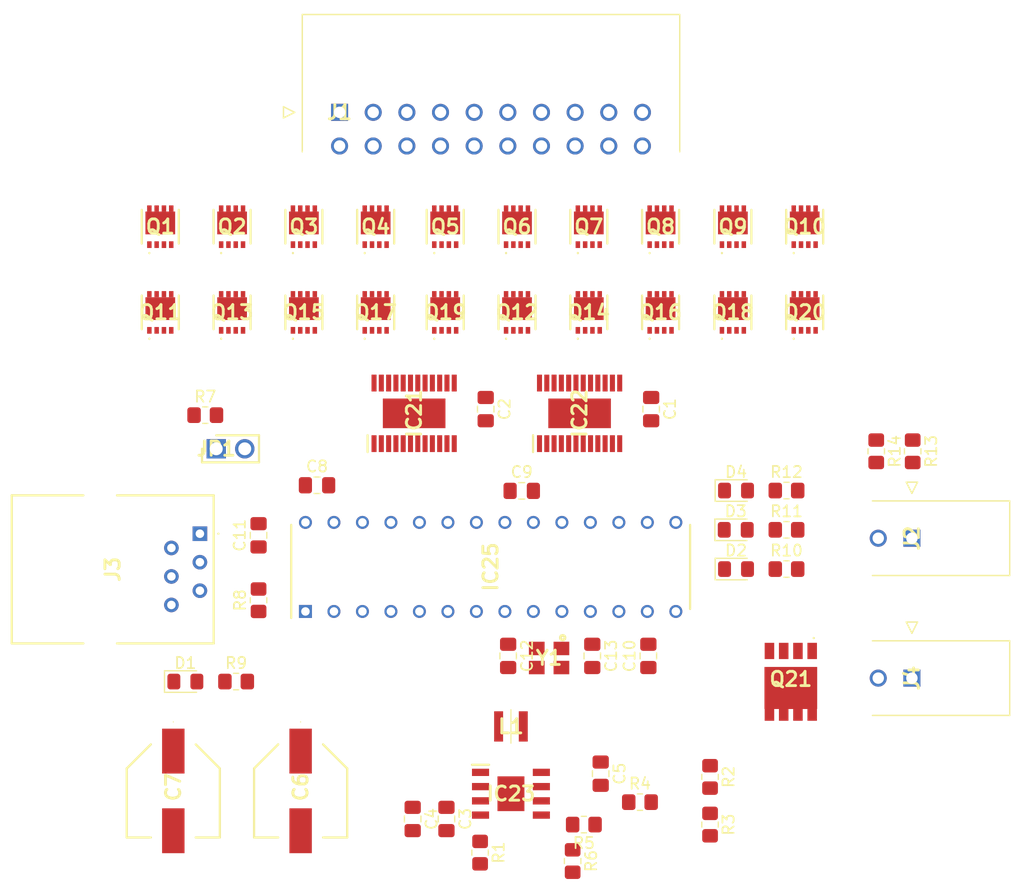
<source format=kicad_pcb>
(kicad_pcb (version 20221018) (generator pcbnew)

  (general
    (thickness 1.6)
  )

  (paper "A4")
  (layers
    (0 "F.Cu" signal)
    (31 "B.Cu" signal)
    (32 "B.Adhes" user "B.Adhesive")
    (33 "F.Adhes" user "F.Adhesive")
    (34 "B.Paste" user)
    (35 "F.Paste" user)
    (36 "B.SilkS" user "B.Silkscreen")
    (37 "F.SilkS" user "F.Silkscreen")
    (38 "B.Mask" user)
    (39 "F.Mask" user)
    (40 "Dwgs.User" user "User.Drawings")
    (41 "Cmts.User" user "User.Comments")
    (42 "Eco1.User" user "User.Eco1")
    (43 "Eco2.User" user "User.Eco2")
    (44 "Edge.Cuts" user)
    (45 "Margin" user)
    (46 "B.CrtYd" user "B.Courtyard")
    (47 "F.CrtYd" user "F.Courtyard")
    (48 "B.Fab" user)
    (49 "F.Fab" user)
    (50 "User.1" user)
    (51 "User.2" user)
    (52 "User.3" user)
    (53 "User.4" user)
    (54 "User.5" user)
    (55 "User.6" user)
    (56 "User.7" user)
    (57 "User.8" user)
    (58 "User.9" user)
  )

  (setup
    (pad_to_mask_clearance 0)
    (pcbplotparams
      (layerselection 0x00010fc_ffffffff)
      (plot_on_all_layers_selection 0x0000000_00000000)
      (disableapertmacros false)
      (usegerberextensions false)
      (usegerberattributes true)
      (usegerberadvancedattributes true)
      (creategerberjobfile true)
      (dashed_line_dash_ratio 12.000000)
      (dashed_line_gap_ratio 3.000000)
      (svgprecision 4)
      (plotframeref false)
      (viasonmask false)
      (mode 1)
      (useauxorigin false)
      (hpglpennumber 1)
      (hpglpenspeed 20)
      (hpglpendiameter 15.000000)
      (dxfpolygonmode true)
      (dxfimperialunits true)
      (dxfusepcbnewfont true)
      (psnegative false)
      (psa4output false)
      (plotreference true)
      (plotvalue true)
      (plotinvisibletext false)
      (sketchpadsonfab false)
      (subtractmaskfromsilk false)
      (outputformat 1)
      (mirror false)
      (drillshape 1)
      (scaleselection 1)
      (outputdirectory "")
    )
  )

  (net 0 "")
  (net 1 "+24V")
  (net 2 "GND")
  (net 3 "Net-(IC23-SW)")
  (net 4 "Net-(IC23-BOOT)")
  (net 5 "+5V")
  (net 6 "Net-(IC25-VCAP_OR_VDDCORE)")
  (net 7 "Net-(IC25-VDD)")
  (net 8 "Net-(JP1-B)")
  (net 9 "Net-(IC25-OSCI{slash}CLKI{slash}AN13{slash}CN30{slash}RA2)")
  (net 10 "Net-(IC25-OSCO{slash}CLKO{slash}AN14{slash}CN29{slash}RA3)")
  (net 11 "Net-(D1-A)")
  (net 12 "Net-(D2-K)")
  (net 13 "Net-(D2-A)")
  (net 14 "Net-(D3-K)")
  (net 15 "Net-(D3-A)")
  (net 16 "Net-(D4-K)")
  (net 17 "Net-(D4-A)")
  (net 18 "/Gate 1")
  (net 19 "/Gate 5")
  (net 20 "/Gate 7")
  (net 21 "SPI_MOSI")
  (net 22 "SPI_CHAIN")
  (net 23 "/Gate 9")
  (net 24 "/Gate 6")
  (net 25 "/Gate 4")
  (net 26 "/Gate 3")
  (net 27 "/Gate 10")
  (net 28 "unconnected-(IC21-OUT11-Pad17)")
  (net 29 "unconnected-(IC21-OUT12-Pad18)")
  (net 30 "SPI_SS")
  (net 31 "SPI_SCLK")
  (net 32 "/Gate 8")
  (net 33 "/Gate 2")
  (net 34 "/Gate 11")
  (net 35 "/Gate 15")
  (net 36 "/Gate 17")
  (net 37 "SPI_MISO")
  (net 38 "/Gate 19")
  (net 39 "/Gate 16")
  (net 40 "/Gate 14")
  (net 41 "/Gate 13")
  (net 42 "/Gate 20")
  (net 43 "unconnected-(IC22-OUT11-Pad17)")
  (net 44 "unconnected-(IC22-OUT12-Pad18)")
  (net 45 "/Gate 18")
  (net 46 "/Gate 12")
  (net 47 "Net-(IC23-EN)")
  (net 48 "Net-(IC23-RT{slash}SYNC)")
  (net 49 "Net-(IC23-FB)")
  (net 50 "Net-(IC23-PG)")
  (net 51 "Net-(IC25-MCLR{slash}VPP{slash}RA5)")
  (net 52 "unconnected-(IC25-CVREF+{slash}VREF+{slash}DAC1REF+{slash}AN0{slash}C3INC{slash}CN2{slash}RA0-Pad2)")
  (net 53 "unconnected-(IC25-CVREF-{slash}VREF-{slash}AN1{slash}RA1-Pad3)")
  (net 54 "PGD")
  (net 55 "PGC")
  (net 56 "I2C_SDA")
  (net 57 "I2C_SCLK")
  (net 58 "unconnected-(IC25-SOSCI{slash}AN15{slash}~{U2RTS}{slash}U2BCLK{slash}CN1{slash}RB4-Pad11)")
  (net 59 "unconnected-(IC25-SOSCO{slash}SCLKI{slash}AN16{slash}PWRLCLK{slash}~{U2CTS}{slash}CN0{slash}RA4-Pad12)")
  (net 60 "unconnected-(IC25-PGED3{slash}AN17{slash}ASDA1{slash}SCK2{slash}IC4{slash}OC1E{slash}CLCINA{slash}CN27{slash}RB5-Pad14)")
  (net 61 "unconnected-(IC25-AN21{slash}SDA1{slash}T1CK{slash}U1RTS{slash}U1BCLK{slash}IC2{slash}OC4{slash}CLC1O{slash}CTED4{slash}CN21{slash}RB9-Pad18)")
  (net 62 "unconnected-(IC25-SDI2{slash}IC1{slash}OC5{slash}CLC2O{slash}CTED3{slash}CN9{slash}RA7-Pad19)")
  (net 63 "unconnected-(IC25-DAC1OUT{slash}AN12{slash}HLVDIN{slash}~{SS2}{slash}IC3{slash}OC2B{slash}CTED2{slash}INT2{slash}CN14{slash}RB12-Pad23)")
  (net 64 "unconnected-(IC25-DAC2OUT{slash}CVREF{slash}OA1IND{slash}OA2IND{slash}AN10{slash}C3INB{slash}RTCC{slash}C1OUT{slash}OCFA{slash}CTED5{slash}INT1{slash}CN12{slash}RB14-Pad25)")
  (net 65 "/Coil 1")
  (net 66 "/Coil 2")
  (net 67 "/Coil 3")
  (net 68 "/Coil 4")
  (net 69 "/Coil 5")
  (net 70 "/Coil 6")
  (net 71 "/Coil 7")
  (net 72 "/Coil 8")
  (net 73 "/Coil 9")
  (net 74 "/Coil 10")
  (net 75 "/Coil 11")
  (net 76 "/Coil 12")
  (net 77 "/Coil 13")
  (net 78 "/Coil 14")
  (net 79 "/Coil 15")
  (net 80 "/Coil 16")
  (net 81 "/Coil 17")
  (net 82 "/Coil 18")
  (net 83 "/Coil 19")
  (net 84 "/Coil 20")
  (net 85 "MCLR")
  (net 86 "unconnected-(J3-Pad6)")
  (net 87 "Net-(J4-Pin_2)")

  (footprint "Library:HDRV2W67P0X254_1X2_508X241X858P" (layer "F.Cu") (at 94.98 104.25))

  (footprint "Library:PXP01530QLJ" (layer "F.Cu") (at 109.19 92.09))

  (footprint "Capacitor_SMD:C_0805_2012Metric_Pad1.18x1.45mm_HandSolder" (layer "F.Cu") (at 98.75 111.9625 90))

  (footprint "Capacitor_SMD:C_0805_2012Metric_Pad1.18x1.45mm_HandSolder" (layer "F.Cu") (at 103.9625 107.5))

  (footprint "Capacitor_SMD:C_0805_2012Metric_Pad1.18x1.45mm_HandSolder" (layer "F.Cu") (at 115.5 137.25 -90))

  (footprint "Library:PXP01530QLJ" (layer "F.Cu") (at 109.19 84.45))

  (footprint "Library:EEHZT1E331UP" (layer "F.Cu") (at 102.5 134.75 -90))

  (footprint "Capacitor_SMD:C_0805_2012Metric_Pad1.18x1.45mm_HandSolder" (layer "F.Cu") (at 121 122.7125 -90))

  (footprint "Library:PXP01530QLJ" (layer "F.Cu") (at 128.19 84.45))

  (footprint "Library:PXP01530QLJ" (layer "F.Cu") (at 96.39 84.45))

  (footprint "Library:EEHZT1E331UP" (layer "F.Cu") (at 91.15 134.75 -90))

  (footprint "Resistor_SMD:R_0805_2012Metric_Pad1.20x1.40mm_HandSolder" (layer "F.Cu") (at 118.5 140.25 -90))

  (footprint "Capacitor_SMD:C_0805_2012Metric_Pad1.18x1.45mm_HandSolder" (layer "F.Cu") (at 122.2125 108))

  (footprint "Library:PXP01530QLJ" (layer "F.Cu") (at 102.79 92.09))

  (footprint "Capacitor_SMD:C_0805_2012Metric_Pad1.18x1.45mm_HandSolder" (layer "F.Cu") (at 128.5 122.7125 -90))

  (footprint "Resistor_SMD:R_0805_2012Metric_Pad1.20x1.40mm_HandSolder" (layer "F.Cu") (at 139 137.75 -90))

  (footprint "Library:PXP01530QLJ" (layer "F.Cu") (at 141.035 92.09))

  (footprint "LED_SMD:LED_0805_2012Metric_Pad1.15x1.40mm_HandSolder" (layer "F.Cu") (at 92.225 125))

  (footprint "Capacitor_SMD:C_0805_2012Metric_Pad1.18x1.45mm_HandSolder" (layer "F.Cu") (at 119 100.7125 -90))

  (footprint "Library:PXP01530QLJ" (layer "F.Cu") (at 147.435 92.09))

  (footprint "Library:PXP01530QLJ" (layer "F.Cu") (at 115.39 84.45))

  (footprint "Resistor_SMD:R_0805_2012Metric_Pad1.20x1.40mm_HandSolder" (layer "F.Cu") (at 139 133.5 -90))

  (footprint "Resistor_SMD:R_0805_2012Metric_Pad1.20x1.40mm_HandSolder" (layer "F.Cu") (at 145.8146 111.47175))

  (footprint "Library:LQH3NPN100MMEL" (layer "F.Cu") (at 121.25 129 180))

  (footprint "Library:DIP794W56P254L3486H508Q28N" (layer "F.Cu") (at 119.44 114.781 90))

  (footprint "Resistor_SMD:R_0805_2012Metric_Pad1.20x1.40mm_HandSolder" (layer "F.Cu") (at 153.8146 104.47175 -90))

  (footprint "Capacitor_SMD:C_0805_2012Metric_Pad1.18x1.45mm_HandSolder" (layer "F.Cu") (at 133.5 122.7125 90))

  (footprint "Resistor_SMD:R_0805_2012Metric_Pad1.20x1.40mm_HandSolder" (layer "F.Cu") (at 132.75 135.75))

  (footprint "Capacitor_SMD:C_0805_2012Metric_Pad1.18x1.45mm_HandSolder" (layer "F.Cu") (at 133.75 100.7125 -90))

  (footprint "Resistor_SMD:R_0805_2012Metric_Pad1.20x1.40mm_HandSolder" (layer "F.Cu") (at 145.8146 107.97175))

  (footprint "Library:PXP01530QLJ" (layer "F.Cu") (at 89.99 84.45))

  (footprint "Library:PXP01530QLJ" (layer "F.Cu") (at 134.59 92.09))

  (footprint "Library:43045-02YY" (layer "F.Cu") (at 156.9946 112.22175 90))

  (footprint "Library:ABM8G" (layer "F.Cu") (at 124.65 122.9 180))

  (footprint "Library:PXP01530QLJ" (layer "F.Cu") (at 141.035 84.45))

  (footprint "Library:PXP01530QLJ" (layer "F.Cu") (at 96.39 92.09))

  (footprint "Resistor_SMD:R_0805_2012Metric_Pad1.20x1.40mm_HandSolder" (layer "F.Cu") (at 157.0646 104.47175 -90))

  (footprint "Resistor_SMD:R_0805_2012Metric_Pad1.20x1.40mm_HandSolder" (layer "F.Cu") (at 127.75 137.75 180))

  (footprint "Library:PXP01530QLJ" (layer "F.Cu") (at 115.39 92.09))

  (footprint "Library:PXP01530QLJ" (layer "F.Cu") (at 128.19 92.09))

  (footprint "Library:43045-02YY" (layer "F.Cu") (at 156.9946 124.6935 90))

  (footprint "Library:SOP65P600X170-25N" (layer "F.Cu") (at 112.62 101.09 90))

  (footprint "Library:SOIC127P600X170-9N" (layer "F.Cu") (at 121.25 135))

  (footprint "Resistor_SMD:R_0805_2012Metric_Pad1.20x1.40mm_HandSolder" (layer "F.Cu")
    (tstamp c339e0b1-8e93-473a-8418-0067830dfcc4)
    (at 126.75 141 -90)
    (descr "Resistor SMD 0805 (2012 Metric), square (rectangular) end terminal, IPC_7351 nominal with elongated pad for handsoldering. (Body size source: IPC-SM-782 page 72, https://www.pcb-3d.com/wordpress/wp-content/uploads/ipc-sm-782a_amendment_1_and_2.pdf), generated with kicad-footprint-generator")
    (tags "resistor handsolder")
    (property "Sheetfile" "Resistor Bank Control Board.kicad_sch")
    (property "Sheetname" "")
    (property "ki_description" "Resistor")
    (property "ki_keywords" "R res resistor")
    (path "/813bd35a-cd60-4b92-b9f5-c622df38b388")
    (attr smd)
    (fp_text reference "R6" (at 0 -1.65 90) (layer "F.SilkS")
        (effects (font (size 1 1) (thickness 0.15)))
      (tstamp 3babafcd-5c90-44f9-8a70-dadfa2790a22)
    )
    (fp_text value "10k" (at 0 1.65 90) (layer "F.Fab")
        (effects (font (size 1 1) (thickness 0.15)))
      (tstamp f9489ebd-2c1c-4623-a666-8dd08487decb)
    )
    (fp_text user "${REFERENCE}" (at 0 0 90) (layer "F.Fab")
        (effects (font (size 0.5 0.5) (thickness 0.08)))
      (tstamp 8ebe1f69-27ee-4085-97d2-2bfec7d85d6f)
    )
    (fp_line 
... [93652 chars truncated]
</source>
